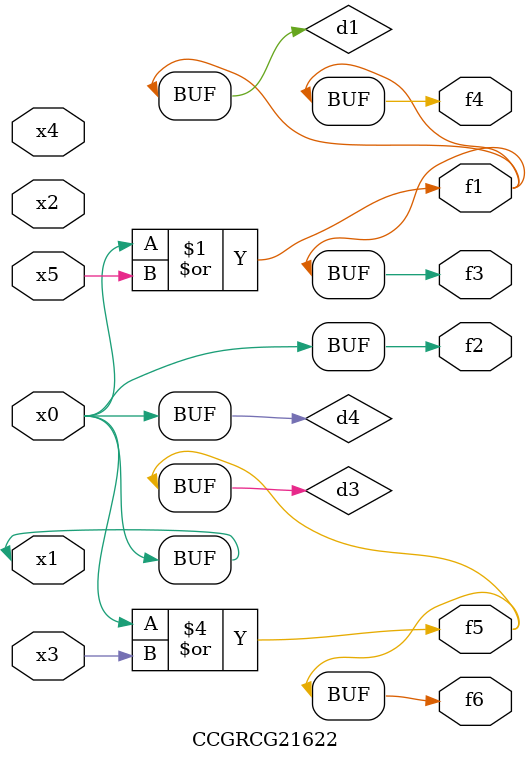
<source format=v>
module CCGRCG21622(
	input x0, x1, x2, x3, x4, x5,
	output f1, f2, f3, f4, f5, f6
);

	wire d1, d2, d3, d4;

	or (d1, x0, x5);
	xnor (d2, x1, x4);
	or (d3, x0, x3);
	buf (d4, x0, x1);
	assign f1 = d1;
	assign f2 = d4;
	assign f3 = d1;
	assign f4 = d1;
	assign f5 = d3;
	assign f6 = d3;
endmodule

</source>
